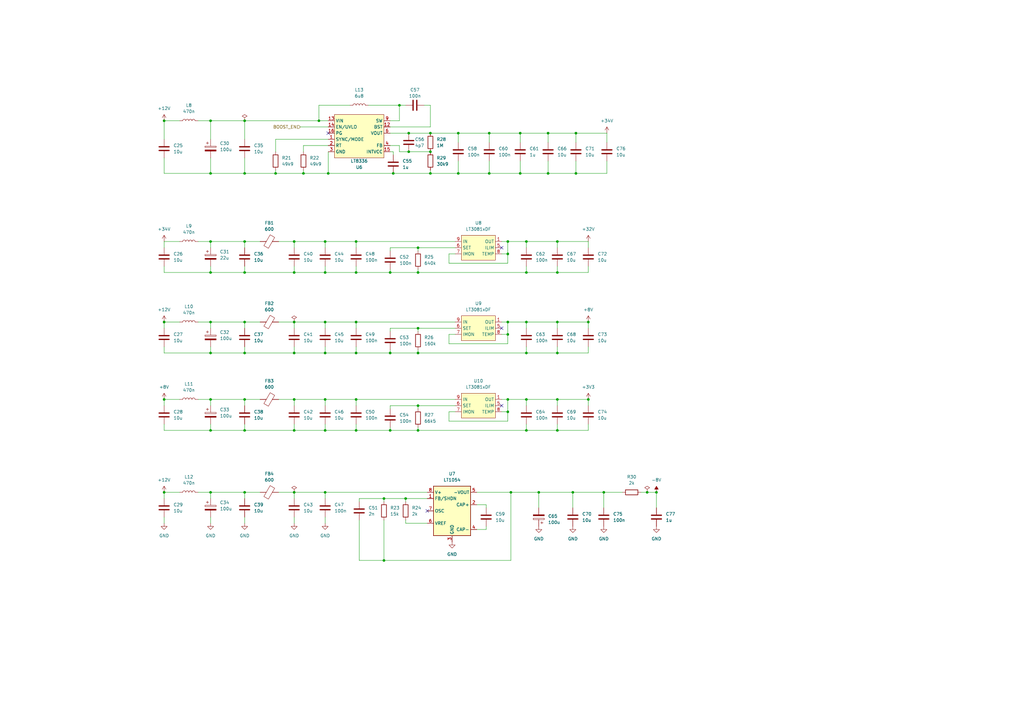
<source format=kicad_sch>
(kicad_sch (version 20211123) (generator eeschema)
  (paper "A3")
  (title_block (title "Usilitel") (date "2022-07-12") (rev "0.1") (company "M-Labs") (comment 1 "Wideband power amplifier") (comment 3 "a.k.a. topquark12") (comment 4 "Alex Wong Tat Hang"))
  (junction (at 200.66 54.61))
  (junction (at 220.98 201.93))
  (junction (at 120.65 111.76))
  (junction (at 228.6 111.76))
  (junction (at 265.43 201.93))
  (junction (at 100.33 71.12))
  (junction (at 200.66 71.12))
  (junction (at 209.55 201.93))
  (junction (at 160.02 144.78))
  (junction (at 133.35 144.78))
  (junction (at 161.29 71.12))
  (junction (at 67.31 132.08))
  (junction (at 269.24 201.93))
  (junction (at 166.37 204.47))
  (junction (at 241.3 163.83))
  (junction (at 241.3 132.08))
  (junction (at 86.36 201.93))
  (junction (at 208.28 168.91))
  (junction (at 120.65 176.53))
  (junction (at 146.05 144.78))
  (junction (at 215.9 144.78))
  (junction (at 236.22 71.12))
  (junction (at 208.28 99.06))
  (junction (at 163.83 43.18))
  (junction (at 86.36 144.78))
  (junction (at 228.6 132.08))
  (junction (at 100.33 99.06))
  (junction (at 171.45 176.53))
  (junction (at 234.95 201.93))
  (junction (at 100.33 201.93))
  (junction (at 86.36 111.76))
  (junction (at 171.45 111.76))
  (junction (at 67.31 201.93))
  (junction (at 171.45 144.78))
  (junction (at 100.33 132.08))
  (junction (at 171.45 101.6))
  (junction (at 146.05 99.06))
  (junction (at 167.64 62.23))
  (junction (at 133.35 99.06))
  (junction (at 113.03 71.12))
  (junction (at 213.36 54.61))
  (junction (at 133.35 111.76))
  (junction (at 100.33 111.76))
  (junction (at 160.02 176.53))
  (junction (at 215.9 176.53))
  (junction (at 160.02 111.76))
  (junction (at 86.36 176.53))
  (junction (at 67.31 163.83))
  (junction (at 120.65 163.83))
  (junction (at 236.22 54.61))
  (junction (at 215.9 132.08))
  (junction (at 247.65 201.93))
  (junction (at 86.36 49.53))
  (junction (at 171.45 134.62))
  (junction (at 133.35 176.53))
  (junction (at 146.05 176.53))
  (junction (at 208.28 137.16))
  (junction (at 215.9 111.76))
  (junction (at 228.6 176.53))
  (junction (at 176.53 71.12))
  (junction (at 208.28 104.14))
  (junction (at 146.05 163.83))
  (junction (at 120.65 144.78))
  (junction (at 100.33 176.53))
  (junction (at 86.36 99.06))
  (junction (at 134.62 71.12))
  (junction (at 215.9 163.83))
  (junction (at 157.48 229.87))
  (junction (at 120.65 201.93))
  (junction (at 86.36 163.83))
  (junction (at 224.79 71.12))
  (junction (at 100.33 163.83))
  (junction (at 187.96 71.12))
  (junction (at 100.33 144.78))
  (junction (at 120.65 132.08))
  (junction (at 213.36 71.12))
  (junction (at 215.9 99.06))
  (junction (at 86.36 71.12))
  (junction (at 100.33 49.53))
  (junction (at 176.53 54.61))
  (junction (at 86.36 132.08))
  (junction (at 228.6 99.06))
  (junction (at 167.64 54.61))
  (junction (at 208.28 163.83))
  (junction (at 208.28 132.08))
  (junction (at 157.48 204.47))
  (junction (at 67.31 49.53))
  (junction (at 133.35 163.83))
  (junction (at 228.6 163.83))
  (junction (at 224.79 54.61))
  (junction (at 133.35 201.93))
  (junction (at 171.45 166.37))
  (junction (at 187.96 54.61))
  (junction (at 133.35 132.08))
  (junction (at 228.6 144.78))
  (junction (at 146.05 111.76))
  (junction (at 124.46 71.12))
  (junction (at 176.53 62.23))
  (junction (at 120.65 99.06))
  (junction (at 130.81 49.53))
  (junction (at 146.05 132.08))
  (no_connect (at 205.74 134.62))
  (no_connect (at 134.62 54.61))
  (no_connect (at 175.26 209.55))
  (no_connect (at 205.74 101.6))
  (no_connect (at 205.74 166.37))
  (wire (pts (xy 114.3 201.93) (xy 120.65 201.93)))
  (wire (pts (xy 100.33 99.06) (xy 106.68 99.06)))
  (wire (pts (xy 100.33 144.78) (xy 120.65 144.78)))
  (wire (pts (xy 184.15 168.91) (xy 186.69 168.91)))
  (wire (pts (xy 146.05 111.76) (xy 160.02 111.76)))
  (wire (pts (xy 171.45 134.62) (xy 186.69 134.62)))
  (wire (pts (xy 113.03 57.15) (xy 134.62 57.15)))
  (wire (pts (xy 208.28 104.14) (xy 205.74 104.14)))
  (wire (pts (xy 160.02 135.89) (xy 160.02 134.62)))
  (wire (pts (xy 241.3 176.53) (xy 228.6 176.53)))
  (wire (pts (xy 146.05 163.83) (xy 186.69 163.83)))
  (wire (pts (xy 171.45 176.53) (xy 171.45 175.26)))
  (wire (pts (xy 81.28 49.53) (xy 86.36 49.53)))
  (wire (pts (xy 160.02 102.87) (xy 160.02 101.6)))
  (wire (pts (xy 215.9 101.6) (xy 215.9 99.06)))
  (wire (pts (xy 241.3 111.76) (xy 228.6 111.76)))
  (wire (pts (xy 236.22 54.61) (xy 224.79 54.61)))
  (wire (pts (xy 133.35 163.83) (xy 120.65 163.83)))
  (wire (pts (xy 124.46 71.12) (xy 113.03 71.12)))
  (wire (pts (xy 120.65 201.93) (xy 120.65 204.47)))
  (wire (pts (xy 215.9 163.83) (xy 208.28 163.83)))
  (wire (pts (xy 86.36 49.53) (xy 100.33 49.53)))
  (wire (pts (xy 215.9 173.99) (xy 215.9 176.53)))
  (wire (pts (xy 184.15 137.16) (xy 186.69 137.16)))
  (wire (pts (xy 86.36 176.53) (xy 100.33 176.53)))
  (wire (pts (xy 146.05 101.6) (xy 146.05 99.06)))
  (wire (pts (xy 241.3 142.24) (xy 241.3 144.78)))
  (wire (pts (xy 163.83 43.18) (xy 163.83 49.53)))
  (wire (pts (xy 100.33 163.83) (xy 106.68 163.83)))
  (wire (pts (xy 215.9 142.24) (xy 215.9 144.78)))
  (wire (pts (xy 236.22 54.61) (xy 236.22 58.42)))
  (wire (pts (xy 215.9 134.62) (xy 215.9 132.08)))
  (wire (pts (xy 157.48 204.47) (xy 166.37 204.47)))
  (wire (pts (xy 228.6 142.24) (xy 228.6 144.78)))
  (wire (pts (xy 146.05 176.53) (xy 160.02 176.53)))
  (wire (pts (xy 134.62 62.23) (xy 134.62 71.12)))
  (wire (pts (xy 215.9 132.08) (xy 208.28 132.08)))
  (wire (pts (xy 205.74 163.83) (xy 208.28 163.83)))
  (wire (pts (xy 248.92 58.42) (xy 248.92 54.61)))
  (wire (pts (xy 86.36 71.12) (xy 100.33 71.12)))
  (wire (pts (xy 160.02 54.61) (xy 167.64 54.61)))
  (wire (pts (xy 228.6 101.6) (xy 228.6 99.06)))
  (wire (pts (xy 167.64 54.61) (xy 176.53 54.61)))
  (wire (pts (xy 215.9 176.53) (xy 171.45 176.53)))
  (wire (pts (xy 176.53 69.85) (xy 176.53 71.12)))
  (wire (pts (xy 166.37 204.47) (xy 166.37 205.74)))
  (wire (pts (xy 163.83 59.69) (xy 160.02 59.69)))
  (wire (pts (xy 86.36 111.76) (xy 86.36 109.22)))
  (wire (pts (xy 208.28 172.72) (xy 208.28 168.91)))
  (wire (pts (xy 100.33 176.53) (xy 120.65 176.53)))
  (wire (pts (xy 171.45 101.6) (xy 186.69 101.6)))
  (wire (pts (xy 120.65 144.78) (xy 120.65 142.24)))
  (wire (pts (xy 213.36 54.61) (xy 200.66 54.61)))
  (wire (pts (xy 199.39 207.01) (xy 199.39 208.28)))
  (wire (pts (xy 86.36 214.63) (xy 86.36 212.09)))
  (wire (pts (xy 184.15 104.14) (xy 186.69 104.14)))
  (wire (pts (xy 146.05 163.83) (xy 133.35 163.83)))
  (wire (pts (xy 208.28 132.08) (xy 208.28 137.16)))
  (wire (pts (xy 166.37 204.47) (xy 175.26 204.47)))
  (wire (pts (xy 241.3 109.22) (xy 241.3 111.76)))
  (wire (pts (xy 184.15 140.97) (xy 208.28 140.97)))
  (wire (pts (xy 67.31 132.08) (xy 73.66 132.08)))
  (wire (pts (xy 133.35 144.78) (xy 133.35 142.24)))
  (wire (pts (xy 215.9 166.37) (xy 215.9 163.83)))
  (wire (pts (xy 120.65 176.53) (xy 133.35 176.53)))
  (wire (pts (xy 160.02 167.64) (xy 160.02 166.37)))
  (wire (pts (xy 134.62 71.12) (xy 161.29 71.12)))
  (wire (pts (xy 81.28 201.93) (xy 86.36 201.93)))
  (wire (pts (xy 86.36 134.62) (xy 86.36 132.08)))
  (wire (pts (xy 67.31 163.83) (xy 73.66 163.83)))
  (wire (pts (xy 205.74 99.06) (xy 208.28 99.06)))
  (wire (pts (xy 171.45 166.37) (xy 186.69 166.37)))
  (wire (pts (xy 228.6 176.53) (xy 215.9 176.53)))
  (wire (pts (xy 100.33 111.76) (xy 120.65 111.76)))
  (wire (pts (xy 228.6 111.76) (xy 215.9 111.76)))
  (wire (pts (xy 114.3 99.06) (xy 120.65 99.06)))
  (wire (pts (xy 100.33 201.93) (xy 106.68 201.93)))
  (wire (pts (xy 208.28 168.91) (xy 205.74 168.91)))
  (wire (pts (xy 123.19 52.07) (xy 134.62 52.07)))
  (wire (pts (xy 130.81 49.53) (xy 130.81 43.18)))
  (wire (pts (xy 205.74 132.08) (xy 208.28 132.08)))
  (wire (pts (xy 146.05 111.76) (xy 146.05 109.22)))
  (wire (pts (xy 130.81 49.53) (xy 134.62 49.53)))
  (wire (pts (xy 224.79 54.61) (xy 224.79 58.42)))
  (wire (pts (xy 120.65 176.53) (xy 120.65 173.99)))
  (wire (pts (xy 228.6 99.06) (xy 215.9 99.06)))
  (wire (pts (xy 248.92 66.04) (xy 248.92 71.12)))
  (wire (pts (xy 171.45 102.87) (xy 171.45 101.6)))
  (wire (pts (xy 120.65 134.62) (xy 120.65 132.08)))
  (wire (pts (xy 187.96 54.61) (xy 187.96 58.42)))
  (wire (pts (xy 67.31 49.53) (xy 73.66 49.53)))
  (wire (pts (xy 220.98 201.93) (xy 220.98 208.28)))
  (wire (pts (xy 134.62 71.12) (xy 124.46 71.12)))
  (wire (pts (xy 200.66 66.04) (xy 200.66 71.12)))
  (wire (pts (xy 100.33 144.78) (xy 100.33 142.24)))
  (wire (pts (xy 100.33 111.76) (xy 100.33 109.22)))
  (wire (pts (xy 113.03 62.23) (xy 113.03 57.15)))
  (wire (pts (xy 241.3 144.78) (xy 228.6 144.78)))
  (wire (pts (xy 100.33 101.6) (xy 100.33 99.06)))
  (wire (pts (xy 146.05 134.62) (xy 146.05 132.08)))
  (wire (pts (xy 157.48 205.74) (xy 157.48 204.47)))
  (wire (pts (xy 157.48 229.87) (xy 209.55 229.87)))
  (wire (pts (xy 130.81 43.18) (xy 143.51 43.18)))
  (wire (pts (xy 215.9 144.78) (xy 171.45 144.78)))
  (wire (pts (xy 209.55 229.87) (xy 209.55 201.93)))
  (wire (pts (xy 171.45 111.76) (xy 171.45 110.49)))
  (wire (pts (xy 234.95 201.93) (xy 234.95 208.28)))
  (wire (pts (xy 161.29 71.12) (xy 176.53 71.12)))
  (wire (pts (xy 161.29 62.23) (xy 161.29 63.5)))
  (wire (pts (xy 81.28 163.83) (xy 86.36 163.83)))
  (wire (pts (xy 176.53 62.23) (xy 167.64 62.23)))
  (wire (pts (xy 146.05 144.78) (xy 146.05 142.24)))
  (wire (pts (xy 133.35 166.37) (xy 133.35 163.83)))
  (wire (pts (xy 248.92 71.12) (xy 236.22 71.12)))
  (wire (pts (xy 199.39 215.9) (xy 199.39 217.17)))
  (wire (pts (xy 124.46 59.69) (xy 134.62 59.69)))
  (wire (pts (xy 163.83 43.18) (xy 166.37 43.18)))
  (wire (pts (xy 248.92 54.61) (xy 236.22 54.61)))
  (wire (pts (xy 120.65 214.63) (xy 120.65 212.09)))
  (wire (pts (xy 160.02 111.76) (xy 171.45 111.76)))
  (wire (pts (xy 146.05 144.78) (xy 160.02 144.78)))
  (wire (pts (xy 213.36 66.04) (xy 213.36 71.12)))
  (wire (pts (xy 120.65 111.76) (xy 120.65 109.22)))
  (wire (pts (xy 100.33 132.08) (xy 106.68 132.08)))
  (wire (pts (xy 86.36 132.08) (xy 100.33 132.08)))
  (wire (pts (xy 160.02 176.53) (xy 171.45 176.53)))
  (wire (pts (xy 187.96 71.12) (xy 176.53 71.12)))
  (wire (pts (xy 120.65 201.93) (xy 133.35 201.93)))
  (wire (pts (xy 86.36 204.47) (xy 86.36 201.93)))
  (wire (pts (xy 195.58 207.01) (xy 199.39 207.01)))
  (wire (pts (xy 213.36 71.12) (xy 200.66 71.12)))
  (wire (pts (xy 86.36 163.83) (xy 100.33 163.83)))
  (wire (pts (xy 262.89 201.93) (xy 265.43 201.93)))
  (wire (pts (xy 163.83 62.23) (xy 163.83 59.69)))
  (wire (pts (xy 86.36 201.93) (xy 100.33 201.93)))
  (wire (pts (xy 147.32 204.47) (xy 157.48 204.47)))
  (wire (pts (xy 133.35 201.93) (xy 175.26 201.93)))
  (wire (pts (xy 224.79 54.61) (xy 213.36 54.61)))
  (wire (pts (xy 228.6 144.78) (xy 215.9 144.78)))
  (wire (pts (xy 208.28 163.83) (xy 208.28 168.91)))
  (wire (pts (xy 213.36 54.61) (xy 213.36 58.42)))
  (wire (pts (xy 81.28 99.06) (xy 86.36 99.06)))
  (wire (pts (xy 187.96 54.61) (xy 176.53 54.61)))
  (wire (pts (xy 67.31 176.53) (xy 86.36 176.53)))
  (wire (pts (xy 133.35 204.47) (xy 133.35 201.93)))
  (wire (pts (xy 176.53 52.07) (xy 176.53 43.18)))
  (wire (pts (xy 67.31 64.77) (xy 67.31 71.12)))
  (wire (pts (xy 224.79 71.12) (xy 213.36 71.12)))
  (wire (pts (xy 86.36 176.53) (xy 86.36 173.99)))
  (wire (pts (xy 208.28 99.06) (xy 208.28 104.14)))
  (wire (pts (xy 163.83 49.53) (xy 160.02 49.53)))
  (wire (pts (xy 171.45 144.78) (xy 171.45 143.51)))
  (wire (pts (xy 247.65 201.93) (xy 255.27 201.93)))
  (wire (pts (xy 200.66 71.12) (xy 187.96 71.12)))
  (wire (pts (xy 157.48 213.36) (xy 157.48 229.87)))
  (wire (pts (xy 133.35 101.6) (xy 133.35 99.06)))
  (wire (pts (xy 67.31 166.37) (xy 67.31 163.83)))
  (wire (pts (xy 236.22 66.04) (xy 236.22 71.12)))
  (wire (pts (xy 166.37 213.36) (xy 166.37 214.63)))
  (wire (pts (xy 269.24 201.93) (xy 269.24 208.28)))
  (wire (pts (xy 67.31 204.47) (xy 67.31 201.93)))
  (wire (pts (xy 81.28 132.08) (xy 86.36 132.08)))
  (wire (pts (xy 234.95 201.93) (xy 247.65 201.93)))
  (wire (pts (xy 160.02 62.23) (xy 161.29 62.23)))
  (wire (pts (xy 113.03 71.12) (xy 113.03 69.85)))
  (wire (pts (xy 184.15 172.72) (xy 208.28 172.72)))
  (wire (pts (xy 160.02 166.37) (xy 171.45 166.37)))
  (wire (pts (xy 133.35 111.76) (xy 146.05 111.76)))
  (wire (pts (xy 208.28 107.95) (xy 208.28 104.14)))
  (wire (pts (xy 166.37 214.63) (xy 175.26 214.63)))
  (wire (pts (xy 228.6 163.83) (xy 215.9 163.83)))
  (wire (pts (xy 86.36 166.37) (xy 86.36 163.83)))
  (wire (pts (xy 86.36 144.78) (xy 100.33 144.78)))
  (wire (pts (xy 86.36 111.76) (xy 100.33 111.76)))
  (wire (pts (xy 209.55 201.93) (xy 195.58 201.93)))
  (wire (pts (xy 200.66 54.61) (xy 187.96 54.61)))
  (wire (pts (xy 228.6 166.37) (xy 228.6 163.83)))
  (wire (pts (xy 184.15 104.14) (xy 184.15 107.95)))
  (wire (pts (xy 241.3 134.62) (xy 241.3 132.08)))
  (wire (pts (xy 247.65 201.93) (xy 247.65 208.28)))
  (wire (pts (xy 133.35 176.53) (xy 133.35 173.99)))
  (wire (pts (xy 100.33 166.37) (xy 100.33 163.83)))
  (wire (pts (xy 67.31 176.53) (xy 67.31 173.99)))
  (wire (pts (xy 184.15 168.91) (xy 184.15 172.72)))
  (wire (pts (xy 133.35 144.78) (xy 146.05 144.78)))
  (wire (pts (xy 133.35 111.76) (xy 133.35 109.22)))
  (wire (pts (xy 86.36 144.78) (xy 86.36 142.24)))
  (wire (pts (xy 67.31 111.76) (xy 86.36 111.76)))
  (wire (pts (xy 160.02 52.07) (xy 176.53 52.07)))
  (wire (pts (xy 86.36 64.77) (xy 86.36 71.12)))
  (wire (pts (xy 133.35 214.63) (xy 133.35 212.09)))
  (wire (pts (xy 228.6 134.62) (xy 228.6 132.08)))
  (wire (pts (xy 215.9 109.22) (xy 215.9 111.76)))
  (wire (pts (xy 151.13 43.18) (xy 163.83 43.18)))
  (wire (pts (xy 146.05 176.53) (xy 146.05 173.99)))
  (wire (pts (xy 236.22 71.12) (xy 224.79 71.12)))
  (wire (pts (xy 120.65 101.6) (xy 120.65 99.06)))
  (wire (pts (xy 208.28 140.97) (xy 208.28 137.16)))
  (wire (pts (xy 147.32 213.36) (xy 147.32 229.87)))
  (wire (pts (xy 67.31 214.63) (xy 67.31 212.09)))
  (wire (pts (xy 120.65 166.37) (xy 120.65 163.83)))
  (wire (pts (xy 86.36 57.15) (xy 86.36 49.53)))
  (wire (pts (xy 133.35 99.06) (xy 120.65 99.06)))
  (wire (pts (xy 241.3 132.08) (xy 228.6 132.08)))
  (wire (pts (xy 124.46 62.23) (xy 124.46 59.69)))
  (wire (pts (xy 100.33 71.12) (xy 113.03 71.12)))
  (wire (pts (xy 100.33 176.53) (xy 100.33 173.99)))
  (wire (pts (xy 176.53 43.18) (xy 173.99 43.18)))
  (wire (pts (xy 67.31 111.76) (xy 67.31 109.22)))
  (wire (pts (xy 100.33 204.47) (xy 100.33 201.93)))
  (wire (pts (xy 67.31 201.93) (xy 73.66 201.93)))
  (wire (pts (xy 228.6 109.22) (xy 228.6 111.76)))
  (wire (pts (xy 241.3 166.37) (xy 241.3 163.83)))
  (wire (pts (xy 86.36 101.6) (xy 86.36 99.06)))
  (wire (pts (xy 215.9 99.06) (xy 208.28 99.06)))
  (wire (pts (xy 146.05 132.08) (xy 133.35 132.08)))
  (wire (pts (xy 147.32 205.74) (xy 147.32 204.47)))
  (wire (pts (xy 167.64 62.23) (xy 163.83 62.23)))
  (wire (pts (xy 160.02 176.53) (xy 160.02 175.26)))
  (wire (pts (xy 124.46 71.12) (xy 124.46 69.85)))
  (wire (pts (xy 171.45 167.64) (xy 171.45 166.37)))
  (wire (pts (xy 146.05 99.06) (xy 186.69 99.06)))
  (wire (pts (xy 241.3 99.06) (xy 228.6 99.06)))
  (wire (pts (xy 184.15 137.16) (xy 184.15 140.97)))
  (wire (pts (xy 187.96 66.04) (xy 187.96 71.12)))
  (wire (pts (xy 241.3 163.83) (xy 228.6 163.83)))
  (wire (pts (xy 120.65 144.78) (xy 133.35 144.78)))
  (wire (pts (xy 146.05 166.37) (xy 146.05 163.83)))
  (wire (pts (xy 228.6 132.08) (xy 215.9 132.08)))
  (wire (pts (xy 160.02 144.78) (xy 160.02 143.51)))
  (wire (pts (xy 67.31 57.15) (xy 67.31 49.53)))
  (wire (pts (xy 209.55 201.93) (xy 220.98 201.93)))
  (wire (pts (xy 146.05 99.06) (xy 133.35 99.06)))
  (wire (pts (xy 215.9 111.76) (xy 171.45 111.76)))
  (wire (pts (xy 171.45 135.89) (xy 171.45 134.62)))
  (wire (pts (xy 114.3 163.83) (xy 120.65 163.83)))
  (wire (pts (xy 147.32 229.87) (xy 157.48 229.87)))
  (wire (pts (xy 100.33 57.15) (xy 100.33 49.53)))
  (wire (pts (xy 67.31 134.62) (xy 67.31 132.08)))
  (wire (pts (xy 67.31 71.12) (xy 86.36 71.12)))
  (wire (pts (xy 100.33 49.53) (xy 130.81 49.53)))
  (wire (pts (xy 114.3 132.08) (xy 120.65 132.08)))
  (wire (pts (xy 200.66 54.61) (xy 200.66 58.42)))
  (wire (pts (xy 67.31 144.78) (xy 67.31 142.24)))
  (wire (pts (xy 133.35 176.53) (xy 146.05 176.53)))
  (wire (pts (xy 133.35 134.62) (xy 133.35 132.08)))
  (wire (pts (xy 199.39 217.17) (xy 195.58 217.17)))
  (wire (pts (xy 265.43 201.93) (xy 269.24 201.93)))
  (wire (pts (xy 160.02 101.6) (xy 171.45 101.6)))
  (wire (pts (xy 86.36 99.06) (xy 100.33 99.06)))
  (wire (pts (xy 100.33 134.62) (xy 100.33 132.08)))
  (wire (pts (xy 67.31 99.06) (xy 73.66 99.06)))
  (wire (pts (xy 241.3 173.99) (xy 241.3 176.53)))
  (wire (pts (xy 220.98 201.93) (xy 234.95 201.93)))
  (wire (pts (xy 100.33 64.77) (xy 100.33 71.12)))
  (wire (pts (xy 100.33 214.63) (xy 100.33 212.09)))
  (wire (pts (xy 146.05 132.08) (xy 186.69 132.08)))
  (wire (pts (xy 208.28 137.16) (xy 205.74 137.16)))
  (wire (pts (xy 67.31 101.6) (xy 67.31 99.06)))
  (wire (pts (xy 67.31 144.78) (xy 86.36 144.78)))
  (wire (pts (xy 120.65 111.76) (xy 133.35 111.76)))
  (wire (pts (xy 184.15 107.95) (xy 208.28 107.95)))
  (wire (pts (xy 133.35 132.08) (xy 120.65 132.08)))
  (wire (pts (xy 224.79 66.04) (xy 224.79 71.12)))
  (wire (pts (xy 241.3 101.6) (xy 241.3 99.06)))
  (wire (pts (xy 160.02 111.76) (xy 160.02 110.49)))
  (wire (pts (xy 160.02 134.62) (xy 171.45 134.62)))
  (wire (pts (xy 160.02 144.78) (xy 171.45 144.78)))
  (wire (pts (xy 228.6 173.99) (xy 228.6 176.53)))
  (hierarchical_label "BOOST_EN" (shape input) (at 123.19 52.07 180))
  (symbol (lib_id "Device:C") (at 120.65 170.18 0) (unit 1)
    (property "Reference" "C42" (at 124.46 168.9099 0) (effects (justify left)))
    (property "Value" "10u" (at 124.46 171.4499 0) (effects (justify left)))
    (property "Footprint" "Capacitor_SMD:C_1210_3225Metric" (effects hide))
    (property "MFR_PN" "CL32B106KBJNNNE" (effects hide))
    (property "MFR_PN_ALT" "CL32B106KBJNNWE" (effects hide))
  )
  (symbol (lib_id "Device:R") (at 124.46 66.04 0) (unit 1)
    (property "Reference" "R22" (at 127 64.7699 0) (effects (justify left)))
    (property "Value" "49k9" (at 127 67.3099 0) (effects (justify left)))
    (property "Footprint" "Resistor_SMD:R_0603_1608Metric" (effects hide))
    (property "MFR_PN" "RC0603FR-0749K9L" (effects hide))
    (property "MFR_PN_ALT" "RT0603DRE0749K9L" (effects hide))
  )
  (symbol (lib_id "power:+3V3") (at 241.3 163.83 0) (unit 1)
    (property "Reference" "#PWR059" (effects hide))
    (property "Value" "+3V3" (at 241.3 158.75 0))
  )
  (symbol (lib_id "Device:R") (at 171.45 106.68 0) (unit 1)
    (property "Reference" "R25" (at 173.99 105.4099 0) (effects (justify left)))
    (property "Value" "640k" (at 173.99 107.9499 0) (effects (justify left)))
    (property "Footprint" "Resistor_SMD:R_0603_1608Metric" (effects hide))
    (property "MFR_PN" "RC0603FR-07649KL" (effects hide))
    (property "MFR_PN_ALT" "ERJ-3EKF6493V" (effects hide))
  )
  (symbol (lib_id "Device:L") (at 77.47 99.06 90) (unit 1)
    (property "Reference" "L9" (at 77.47 92.71 90))
    (property "Value" "470n" (at 77.47 95.25 90))
    (property "Footprint" "Inductor_SMD:L_Coilcraft_XxL4030" (effects hide))
    (property "MFR_PN" "XEL4030-471MEC" (effects hide))
    (property "MFR_PN_ALT" "XEL4030V-471MEC" (effects hide))
  )
  (symbol (lib_id "Device:C") (at 248.92 62.23 0) (unit 1)
    (property "Reference" "C76" (at 252.73 60.9599 0) (effects (justify left)))
    (property "Value" "10u" (at 252.73 63.4999 0) (effects (justify left)))
    (property "Footprint" "Capacitor_SMD:C_1210_3225Metric" (effects hide))
    (property "MFR_PN" "CL32B106KBJNNNE" (effects hide))
    (property "MFR_PN_ALT" "CL32B106KBJNNWE" (effects hide))
  )
  (symbol (lib_id "Device:C") (at 67.31 60.96 0) (unit 1)
    (property "Reference" "C25" (at 71.12 59.6899 0) (effects (justify left)))
    (property "Value" "10u" (at 71.12 62.2299 0) (effects (justify left)))
    (property "Footprint" "Capacitor_SMD:C_1210_3225Metric" (effects hide))
    (property "MFR_PN" "CL32B106KBJNNNE" (effects hide))
    (property "MFR_PN_ALT" "CL32B106KBJNNWE" (effects hide))
  )
  (symbol (lib_id "Device:C") (at 228.6 170.18 0) (unit 1)
    (property "Reference" "C69" (at 232.41 168.9099 0) (effects (justify left)))
    (property "Value" "10u" (at 232.41 171.4499 0) (effects (justify left)))
    (property "Footprint" "Capacitor_SMD:C_1210_3225Metric" (effects hide))
    (property "MFR_PN" "CL32B106KBJNNNE" (effects hide))
    (property "MFR_PN_ALT" "CL32B106KBJNNWE" (effects hide))
  )
  (symbol (lib_id "Device:C_Polarized") (at 86.36 208.28 0) (unit 1)
    (property "Reference" "C34" (at 90.17 206.1209 0) (effects (justify left)))
    (property "Value" "100u" (at 90.17 208.6609 0) (effects (justify left)))
    (property "Footprint" "Capacitor_Tantalum_SMD:CP_EIA-7343-30_AVX-N" (effects hide))
    (property "MFR_PN" "TCJD107M025R0055" (effects hide))
    (property "MFR_PN_ALT" "TCJD107M025R0055E" (effects hide))
  )
  (symbol (lib_id "Device:C") (at 215.9 138.43 0) (unit 1)
    (property "Reference" "C63" (at 219.71 137.1599 0) (effects (justify left)))
    (property "Value" "100n" (at 219.71 139.6999 0) (effects (justify left)))
    (property "Footprint" "Capacitor_SMD:C_0603_1608Metric" (effects hide))
    (property "MFR_PN" "CL10B104KB8NNNL" (effects hide))
    (property "MFR_PN_ALT" "CL10B104KB8NNWC" (effects hide))
  )
  (symbol (lib_id "Device:C") (at 146.05 105.41 0) (unit 1)
    (property "Reference" "C48" (at 149.86 104.1399 0) (effects (justify left)))
    (property "Value" "100n" (at 149.86 106.6799 0) (effects (justify left)))
    (property "Footprint" "Capacitor_SMD:C_0603_1608Metric" (effects hide))
    (property "MFR_PN" "CL10B104KB8NNNL" (effects hide))
    (property "MFR_PN_ALT" "CL10B104KB8NNWC" (effects hide))
  )
  (symbol (lib_id "Device:C") (at 224.79 62.23 0) (unit 1)
    (property "Reference" "C66" (at 228.6 60.9599 0) (effects (justify left)))
    (property "Value" "10u" (at 228.6 63.4999 0) (effects (justify left)))
    (property "Footprint" "Capacitor_SMD:C_1210_3225Metric" (effects hide))
    (property "MFR_PN" "CL32B106KBJNNNE" (effects hide))
    (property "MFR_PN_ALT" "CL32B106KBJNNWE" (effects hide))
  )
  (symbol (lib_id "power:+12V") (at 67.31 201.93 0) (unit 1)
    (property "Reference" "#PWR048" (effects hide))
    (property "Value" "+12V" (at 67.31 196.85 0))
  )
  (symbol (lib_id "Device:C") (at 200.66 62.23 0) (unit 1)
    (property "Reference" "C60" (at 204.47 60.9599 0) (effects (justify left)))
    (property "Value" "100n" (at 204.47 63.4999 0) (effects (justify left)))
    (property "Footprint" "Capacitor_SMD:C_0603_1608Metric" (effects hide))
    (property "MFR_PN" "CL10B104KB8NNNL" (effects hide))
    (property "MFR_PN_ALT" "CL10B104KB8NNWC" (effects hide))
  )
  (symbol (lib_id "Device:FerriteBead") (at 110.49 201.93 90) (unit 1)
    (property "Reference" "FB4" (at 110.4392 194.31 90))
    (property "Value" "600" (at 110.4392 196.85 90))
    (property "Footprint" "Inductor_SMD:L_1206_3216Metric" (effects hide))
    (property "MFR_PN" "MI1206K601R-10" (effects hide))
    (property "MFR_PN_ALT" "ILHB1206ER601V" (effects hide))
  )
  (symbol (lib_id "Device:C_Polarized") (at 86.36 105.41 0) (unit 1)
    (property "Reference" "C31" (at 90.17 103.2509 0) (effects (justify left)))
    (property "Value" "22u" (at 90.17 105.7909 0) (effects (justify left)))
    (property "Footprint" "Capacitor_Tantalum_SMD:CP_EIA-7343-30_AVX-N" (effects hide))
    (property "MFR_PN" "TCJD226M050R0090E" (effects hide))
    (property "MFR_PN_ALT" "TCJE226M050R0075E" (effects hide))
  )
  (symbol (lib_id "Device:C") (at 100.33 170.18 0) (unit 1)
    (property "Reference" "C38" (at 104.14 168.9099 0) (effects (justify left)))
    (property "Value" "10u" (at 104.14 171.4499 0) (effects (justify left)))
    (property "Footprint" "Capacitor_SMD:C_1210_3225Metric" (effects hide))
    (property "MFR_PN" "CL32B106KBJNNNE" (effects hide))
    (property "MFR_PN_ALT" "CL32B106KBJNNWE" (effects hide))
  )
  (symbol (lib_id "Device:C") (at 247.65 212.09 0) (unit 1)
    (property "Reference" "C75" (at 251.46 210.8199 0) (effects (justify left)))
    (property "Value" "100n" (at 251.46 213.3599 0) (effects (justify left)))
    (property "Footprint" "Capacitor_SMD:C_0603_1608Metric" (effects hide))
    (property "MFR_PN" "CL10B104KB8NNNL" (effects hide))
    (property "MFR_PN_ALT" "CL10B104KB8NNWC" (effects hide))
  )
  (symbol (lib_id "Device:C") (at 67.31 170.18 0) (unit 1)
    (property "Reference" "C28" (at 71.12 168.9099 0) (effects (justify left)))
    (property "Value" "10u" (at 71.12 171.4499 0) (effects (justify left)))
    (property "Footprint" "Capacitor_SMD:C_1210_3225Metric" (effects hide))
    (property "MFR_PN" "CL32B106KBJNNNE" (effects hide))
    (property "MFR_PN_ALT" "CL32B106KBJNNWE" (effects hide))
  )
  (symbol (lib_id "Device:L") (at 77.47 163.83 90) (unit 1)
    (property "Reference" "L11" (at 77.47 157.48 90))
    (property "Value" "470n" (at 77.47 160.02 90))
    (property "Footprint" "Inductor_SMD:L_Coilcraft_XxL4030" (effects hide))
    (property "MFR_PN" "XEL4030-471MEC" (effects hide))
    (property "MFR_PN_ALT" "XEL4030V-471MEC" (effects hide))
  )
  (symbol (lib_id "Device:L") (at 77.47 132.08 90) (unit 1)
    (property "Reference" "L10" (at 77.47 125.73 90))
    (property "Value" "470n" (at 77.47 128.27 90))
    (property "Footprint" "Inductor_SMD:L_Coilcraft_XxL4030" (effects hide))
    (property "MFR_PN" "XEL4030-471MEC" (effects hide))
    (property "MFR_PN_ALT" "XEL4030V-471MEC" (effects hide))
  )
  (symbol (lib_id "power:PWR_FLAG") (at 265.43 201.93 0) (unit 1)
    (property "Reference" "#FLG0106" (effects hide))
    (property "Value" "PWR_FLAG" (effects hide))
  )
  (symbol (lib_id "Device:C") (at 228.6 105.41 0) (unit 1)
    (property "Reference" "C67" (at 232.41 104.1399 0) (effects (justify left)))
    (property "Value" "10u" (at 232.41 106.6799 0) (effects (justify left)))
    (property "Footprint" "Capacitor_SMD:C_1210_3225Metric" (effects hide))
    (property "MFR_PN" "CL32B106KBJNNNE" (effects hide))
    (property "MFR_PN_ALT" "CL32B106KBJNNWE" (effects hide))
  )
  (symbol (lib_id "Device:L") (at 147.32 43.18 90) (unit 1)
    (property "Reference" "L13" (at 147.32 36.83 90))
    (property "Value" "6u8" (at 147.32 39.37 90))
    (property "Footprint" "Inductor_SMD:L_Coilcraft_XxL4030" (effects hide))
    (property "MFR_PN" "XEL4030-682MEC" (effects hide))
    (property "MFR_PN_ALT" "XEL4030V-682MEC" (effects hide))
  )
  (symbol (lib_id "Device:C") (at 133.35 208.28 0) (unit 1)
    (property "Reference" "C47" (at 137.16 207.0099 0) (effects (justify left)))
    (property "Value" "100n" (at 137.16 209.5499 0) (effects (justify left)))
    (property "Footprint" "Capacitor_SMD:C_0603_1608Metric" (effects hide))
    (property "MFR_PN" "CL10B104KB8NNNL" (effects hide))
    (property "MFR_PN_ALT" "CL10B104KB8NNWC" (effects hide))
  )
  (symbol (lib_id "power:PWR_FLAG") (at 120.65 132.08 0) (unit 1)
    (property "Reference" "#FLG0107" (effects hide))
    (property "Value" "PWR_FLAG" (effects hide))
  )
  (symbol (lib_id "Device:R") (at 166.37 209.55 0) (unit 1)
    (property "Reference" "R24" (at 168.91 208.2799 0) (effects (justify left)))
    (property "Value" "2k" (at 168.91 210.8199 0) (effects (justify left)))
    (property "Footprint" "Resistor_SMD:R_0603_1608Metric" (effects hide))
    (property "MFR_PN" "RC0603FR-072KL" (effects hide))
    (property "MFR_PN_ALT" "ERJ-3EKF2001V" (effects hide))
  )
  (symbol (lib_id "Device:C") (at 167.64 58.42 0) (unit 1)
    (property "Reference" "C56" (at 170.18 57.15 0) (effects (justify left)))
    (property "Value" "4p7" (at 170.18 59.69 0) (effects (justify left)))
    (property "Footprint" "Capacitor_SMD:C_0603_1608Metric" (effects hide))
    (property "MFR_PN" "251R14S4R7BV4T" (effects hide))
    (property "MFR_PN_ALT" "CL10C4R7BB8NNNC" (effects hide))
  )
  (symbol (lib_id "power:+12V") (at 67.31 49.53 0) (unit 1)
    (property "Reference" "#PWR044" (effects hide))
    (property "Value" "+12V" (at 67.31 44.45 0))
  )
  (symbol (lib_id "Device:C") (at 160.02 171.45 0) (unit 1)
    (property "Reference" "C54" (at 163.83 170.1799 0) (effects (justify left)))
    (property "Value" "100n" (at 163.83 172.7199 0) (effects (justify left)))
    (property "Footprint" "Capacitor_SMD:C_0603_1608Metric" (effects hide))
    (property "MFR_PN" "CL10B104KB8NNNL" (effects hide))
    (property "MFR_PN_ALT" "CL10B104KB8NNWC" (effects hide))
  )
  (symbol (lib_id "Device:C") (at 67.31 208.28 0) (unit 1)
    (property "Reference" "C29" (at 71.12 207.0099 0) (effects (justify left)))
    (property "Value" "10u" (at 71.12 209.5499 0) (effects (justify left)))
    (property "Footprint" "Capacitor_SMD:C_1210_3225Metric" (effects hide))
    (property "MFR_PN" "CL32B106KBJNNNE" (effects hide))
    (property "MFR_PN_ALT" "CL32B106KBJNNWE" (effects hide))
  )
  (symbol (lib_id "Device:C") (at 170.18 43.18 90) (unit 1)
    (property "Reference" "C57" (at 170.18 36.83 90))
    (property "Value" "100n" (at 170.18 39.37 90))
    (property "Footprint" "Capacitor_SMD:C_0603_1608Metric" (effects hide))
    (property "MFR_PN" "CL10B104KB8NNNL" (effects hide))
    (property "MFR_PN_ALT" "CL10B104KB8NNWC" (effects hide))
  )
  (symbol (lib_id "Device:C") (at 234.95 212.09 0) (unit 1)
    (property "Reference" "C70" (at 238.76 210.8199 0) (effects (justify left)))
    (property "Value" "10u" (at 238.76 213.3599 0) (effects (justify left)))
    (property "Footprint" "Capacitor_SMD:C_1210_3225Metric" (effects hide))
    (property "MFR_PN" "CL32B106KBJNNNE" (effects hide))
    (property "MFR_PN_ALT" "CL32B106KBJNNWE" (effects hide))
  )
  (symbol (lib_id "Device:C_Polarized") (at 86.36 60.96 0) (unit 1)
    (property "Reference" "C30" (at 90.17 58.8009 0) (effects (justify left)))
    (property "Value" "100u" (at 90.17 61.3409 0) (effects (justify left)))
    (property "Footprint" "Capacitor_Tantalum_SMD:CP_EIA-7343-30_AVX-N" (effects hide))
    (property "MFR_PN" "TCJD107M025R0055" (effects hide))
    (property "MFR_PN_ALT" "TCJD107M025R0055E" (effects hide))
  )
  (symbol (lib_id "power:GND") (at 100.33 214.63 0) (unit 1)
    (property "Reference" "#PWR051" (effects hide))
    (property "Value" "GND" (at 100.33 219.71 0))
  )
  (symbol (lib_id "Device:R") (at 113.03 66.04 0) (unit 1)
    (property "Reference" "R21" (at 115.57 64.7699 0) (effects (justify left)))
    (property "Value" "49k9" (at 115.57 67.3099 0) (effects (justify left)))
    (property "Footprint" "Resistor_SMD:R_0603_1608Metric" (effects hide))
    (property "MFR_PN" "RC0603FR-0749K9L" (effects hide))
    (property "MFR_PN_ALT" "RT0603DRE0749K9L" (effects hide))
  )
  (symbol (lib_id "Device:C") (at 100.33 208.28 0) (unit 1)
    (property "Reference" "C39" (at 104.14 207.0099 0) (effects (justify left)))
    (property "Value" "10u" (at 104.14 209.5499 0) (effects (justify left)))
    (property "Footprint" "Capacitor_SMD:C_1210_3225Metric" (effects hide))
    (property "MFR_PN" "CL32B106KBJNNNE" (effects hide))
    (property "MFR_PN_ALT" "CL32B106KBJNNWE" (effects hide))
  )
  (symbol (lib_id "Device:C") (at 215.9 170.18 0) (unit 1)
    (property "Reference" "C64" (at 219.71 168.9099 0) (effects (justify left)))
    (property "Value" "100n" (at 219.71 171.4499 0) (effects (justify left)))
    (property "Footprint" "Capacitor_SMD:C_0603_1608Metric" (effects hide))
    (property "MFR_PN" "CL10B104KB8NNNL" (effects hide))
    (property "MFR_PN_ALT" "CL10B104KB8NNWC" (effects hide))
  )
  (symbol (lib_id "Device:C") (at 160.02 106.68 0) (unit 1)
    (property "Reference" "C52" (at 163.83 105.4099 0) (effects (justify left)))
    (property "Value" "100n" (at 163.83 107.9499 0) (effects (justify left)))
    (property "Footprint" "Capacitor_SMD:C_0603_1608Metric" (effects hide))
    (property "MFR_PN" "CL10B104KB8NNNL" (effects hide))
    (property "MFR_PN_ALT" "CL10B104KB8NNWC" (effects hide))
  )
  (symbol (lib_id "Device:R") (at 171.45 139.7 0) (unit 1)
    (property "Reference" "R26" (at 173.99 138.4299 0) (effects (justify left)))
    (property "Value" "160k" (at 173.99 140.9699 0) (effects (justify left)))
    (property "Footprint" "Resistor_SMD:R_0603_1608Metric" (effects hide))
    (property "MFR_PN" "WR06X1503FTL" (effects hide))
    (property "MFR_PN_ALT" "CRGCQ0603F150K" (effects hide))
  )
  (symbol (lib_id "Device:FerriteBead") (at 110.49 163.83 90) (unit 1)
    (property "Reference" "FB3" (at 110.4392 156.21 90))
    (property "Value" "600" (at 110.4392 158.75 90))
    (property "Footprint" "Inductor_SMD:L_1206_3216Metric" (effects hide))
    (property "MFR_PN" "MI1206K601R-10" (effects hide))
    (property "MFR_PN_ALT" "ILHB1206ER601V" (effects hide))
  )
  (symbol (lib_id "Device:C_Polarized") (at 86.36 138.43 0) (unit 1)
    (property "Reference" "C32" (at 90.17 136.2709 0) (effects (justify left)))
    (property "Value" "100u" (at 90.17 138.8109 0) (effects (justify left)))
    (property "Footprint" "Capacitor_Tantalum_SMD:CP_EIA-7343-30_AVX-N" (effects hide))
    (property "MFR_PN" "TCJD107M025R0055" (effects hide))
    (property "MFR_PN_ALT" "TCJD107M025R0055E" (effects hide))
  )
  (symbol (lib_id "power:GND") (at 247.65 215.9 0) (unit 1)
    (property "Reference" "#PWR060" (effects hide))
    (property "Value" "GND" (at 247.65 220.98 0))
  )
  (symbol (lib_id "power:GND") (at 185.42 222.25 0) (unit 1)
    (property "Reference" "#PWR054" (effects hide))
    (property "Value" "GND" (at 185.42 227.33 0))
  )
  (symbol (lib_id "usilitel:+34V") (at 67.31 99.06 0) (unit 1)
    (property "Reference" "#PWR045" (effects hide))
    (property "Value" "+34V" (at 67.31 93.98 0))
  )
  (symbol (lib_id "Device:C") (at 120.65 208.28 0) (unit 1)
    (property "Reference" "C43" (at 124.46 207.0099 0) (effects (justify left)))
    (property "Value" "10u" (at 124.46 209.5499 0) (effects (justify left)))
    (property "Footprint" "Capacitor_SMD:C_1210_3225Metric" (effects hide))
    (property "MFR_PN" "CL32B106KBJNNNE" (effects hide))
    (property "MFR_PN_ALT" "CL32B106KBJNNWE" (effects hide))
  )
  (symbol (lib_id "Device:C") (at 67.31 138.43 0) (unit 1)
    (property "Reference" "C27" (at 71.12 137.1599 0) (effects (justify left)))
    (property "Value" "10u" (at 71.12 139.6999 0) (effects (justify left)))
    (property "Footprint" "Capacitor_SMD:C_1210_3225Metric" (effects hide))
    (property "MFR_PN" "CL32B106KBJNNNE" (effects hide))
    (property "MFR_PN_ALT" "CL32B106KBJNNWE" (effects hide))
  )
  (symbol (lib_id "power:-8V") (at 269.24 201.93 0) (unit 1)
    (property "Reference" "#PWR062" (effects hide))
    (property "Value" "-8V" (at 269.24 196.85 0))
  )
  (symbol (lib_id "power:GND") (at 67.31 214.63 0) (unit 1)
    (property "Reference" "#PWR049" (effects hide))
    (property "Value" "GND" (at 67.31 219.71 0))
  )
  (symbol (lib_id "Device:C") (at 100.33 105.41 0) (unit 1)
    (property "Reference" "C36" (at 104.14 104.1399 0) (effects (justify left)))
    (property "Value" "10u" (at 104.14 106.6799 0) (effects (justify left)))
    (property "Footprint" "Capacitor_SMD:C_1210_3225Metric" (effects hide))
    (property "MFR_PN" "CL32B106KBJNNNE" (effects hide))
    (property "MFR_PN_ALT" "CL32B106KBJNNWE" (effects hide))
  )
  (symbol (lib_id "usilitel:LT8336") (at 147.32 54.61 0) (unit 1)
    (property "Reference" "U6" (at 147.32 68.58 0))
    (property "Value" "LT8336" (at 147.32 66.04 0))
    (property "Footprint" "Package_DFN_QFN:QFN-16-1EP_3x3mm_P0.5mm_EP1.45x1.45mm" (effects hide))
    (property "MFR_PN" "LT8336HV#PBF" (effects hide))
    (property "MFR_PN_ALT" "LT8336EV#PBF" (effects hide))
  )
  (symbol (lib_id "Device:C") (at 241.3 105.41 0) (unit 1)
    (property "Reference" "C72" (at 245.11 104.1399 0) (effects (justify left)))
    (property "Value" "10u" (at 245.11 106.6799 0) (effects (justify left)))
    (property "Footprint" "Capacitor_SMD:C_1210_3225Metric" (effects hide))
    (property "MFR_PN" "CL32B106KBJNNNE" (effects hide))
    (property "MFR_PN_ALT" "CL32B106KBJNNWE" (effects hide))
  )
  (symbol (lib_id "Device:C") (at 241.3 138.43 0) (unit 1)
    (property "Reference" "C73" (at 245.11 137.1599 0) (effects (justify left)))
    (property "Value" "10u" (at 245.11 139.6999 0) (effects (justify left)))
    (property "Footprint" "Capacitor_SMD:C_1210_3225Metric" (effects hide))
    (property "MFR_PN" "CL32B106KBJNNNE" (effects hide))
    (property "MFR_PN_ALT" "CL32B106KBJNNWE" (effects hide))
  )
  (symbol (lib_id "Device:C") (at 147.32 209.55 0) (unit 1)
    (property "Reference" "C51" (at 151.13 208.2799 0) (effects (justify left)))
    (property "Value" "2n" (at 151.13 210.8199 0) (effects (justify left)))
    (property "Footprint" "Capacitor_SMD:C_0603_1608Metric" (effects hide))
    (property "MFR_PN" "0603B202K500CT" (effects hide))
    (property "MFR_PN_ALT" "06031C202KAT2A" (effects hide))
  )
  (symbol (lib_id "Device:L") (at 77.47 49.53 90) (unit 1)
    (property "Reference" "L8" (at 77.47 43.18 90))
    (property "Value" "470n" (at 77.47 45.72 90))
    (property "Footprint" "Inductor_SMD:L_Coilcraft_XxL4030" (effects hide))
    (property "MFR_PN" "XEL4030-471MEC" (effects hide))
    (property "MFR_PN_ALT" "XEL4030V-471MEC" (effects hide))
  )
  (symbol (lib_id "Device:C") (at 228.6 138.43 0) (unit 1)
    (property "Reference" "C68" (at 232.41 137.1599 0) (effects (justify left)))
    (property "Value" "10u" (at 232.41 139.6999 0) (effects (justify left)))
    (property "Footprint" "Capacitor_SMD:C_1210_3225Metric" (effects hide))
    (property "MFR_PN" "CL32B106KBJNNNE" (effects hide))
    (property "MFR_PN_ALT" "CL32B106KBJNNWE" (effects hide))
  )
  (symbol (lib_id "usilitel:+32V") (at 241.3 99.06 0) (unit 1)
    (property "Reference" "#PWR057" (effects hide))
    (property "Value" "+32V" (at 241.3 93.98 0))
  )
  (symbol (lib_id "power:GND") (at 220.98 215.9 0) (unit 1)
    (property "Reference" "#PWR055" (effects hide))
    (property "Value" "GND" (at 220.98 220.98 0))
  )
  (symbol (lib_id "Device:C") (at 100.33 60.96 0) (unit 1)
    (property "Reference" "C35" (at 104.14 59.6899 0) (effects (justify left)))
    (property "Value" "10u" (at 104.14 62.2299 0) (effects (justify left)))
    (property "Footprint" "Capacitor_SMD:C_1210_3225Metric" (effects hide))
    (property "MFR_PN" "CL32B106KBJNNNE" (effects hide))
    (property "MFR_PN_ALT" "CL32B106KBJNNWE" (effects hide))
  )
  (symbol (lib_id "usilitel:LT3081xDF") (at 195.58 166.37 0) (unit 1)
    (property "Reference" "U10" (at 196.215 156.21 0))
    (property "Value" "LT3081xDF" (at 196.215 158.75 0))
    (property "Footprint" "Package_DFN_QFN:DFN-12-1EP_4x4mm_P0.5mm_EP2.66x3.38mm" (effects hide))
    (property "MFR_PN" "LT3081EDF#TRPBF" (effects hide))
    (property "MFR_PN_ALT" "LT3081EDF#PBF" (effects hide))
  )
  (symbol (lib_id "Device:C") (at 161.29 67.31 0) (unit 1)
    (property "Reference" "C55" (at 165.1 66.0399 0) (effects (justify left)))
    (property "Value" "1u" (at 165.1 68.5799 0) (effects (justify left)))
    (property "Footprint" "Capacitor_SMD:C_0805_2012Metric" (effects hide))
    (property "MFR_PN" "CL21B105KBFNNNG" (effects hide))
    (property "MFR_PN_ALT" "CL21B105KBFNNNE" (effects hide))
  )
  (symbol (lib_id "Device:C_Polarized") (at 220.98 212.09 180) (unit 1)
    (property "Reference" "C65" (at 224.79 211.7089 0) (effects (justify right)))
    (property "Value" "100u" (at 224.79 214.2489 0) (effects (justify right)))
    (property "Footprint" "Capacitor_Tantalum_SMD:CP_EIA-7343-30_AVX-N" (effects hide))
    (property "MFR_PN" "TCJD107M025R0055" (effects hide))
    (property "MFR_PN_ALT" "TCJD107M025R0055E" (effects hide))
  )
  (symbol (lib_id "Device:R") (at 157.48 209.55 0) (unit 1)
    (property "Reference" "R23" (at 160.02 208.2799 0) (effects (justify left)))
    (property "Value" "15k" (at 160.02 210.8199 0) (effects (justify left)))
    (property "Footprint" "Resistor_SMD:R_0603_1608Metric" (effects hide))
    (property "MFR_PN" "WR06X1502FTL" (effects hide))
    (property "MFR_PN_ALT" "RC0603FR-0715KL" (effects hide))
  )
  (symbol (lib_id "Device:C") (at 146.05 138.43 0) (unit 1)
    (property "Reference" "C49" (at 149.86 137.1599 0) (effects (justify left)))
    (property "Value" "100n" (at 149.86 139.6999 0) (effects (justify left)))
    (property "Footprint" "Capacitor_SMD:C_0603_1608Metric" (effects hide))
    (property "MFR_PN" "CL10B104KB8NNNL" (effects hide))
    (property "MFR_PN_ALT" "CL10B104KB8NNWC" (effects hide))
  )
  (symbol (lib_id "power:PWR_FLAG") (at 100.33 49.53 0) (unit 1)
    (property "Reference" "#FLG0104" (effects hide))
    (property "Value" "PWR_FLAG" (effects hide))
  )
  (symbol (lib_id "Device:C") (at 133.35 138.43 0) (unit 1)
    (property "Reference" "C45" (at 137.16 137.1599 0) (effects (justify left)))
    (property "Value" "10u" (at 137.16 139.6999 0) (effects (justify left)))
    (property "Footprint" "Capacitor_SMD:C_1210_3225Metric" (effects hide))
    (property "MFR_PN" "CL32B106KBJNNNE" (effects hide))
    (property "MFR_PN_ALT" "CL32B106KBJNNWE" (effects hide))
  )
  (symbol (lib_id "Device:FerriteBead") (at 110.49 99.06 90) (unit 1)
    (property "Reference" "FB1" (at 110.4392 91.44 90))
    (property "Value" "600" (at 110.4392 93.98 90))
    (property "Footprint" "Inductor_SMD:L_1206_3216Metric" (effects hide))
    (property "MFR_PN" "MI1206K601R-10" (effects hide))
    (property "MFR_PN_ALT" "ILHB1206ER601V" (effects hide))
  )
  (symbol (lib_id "power:+12V") (at 67.31 132.08 0) (unit 1)
    (property "Reference" "#PWR046" (effects hide))
    (property "Value" "+12V" (at 67.31 127 0))
  )
  (symbol (lib_id "Device:C") (at 215.9 105.41 0) (unit 1)
    (property "Reference" "C62" (at 219.71 104.1399 0) (effects (justify left)))
    (property "Value" "100n" (at 219.71 106.6799 0) (effects (justify left)))
    (property "Footprint" "Capacitor_SMD:C_0603_1608Metric" (effects hide))
    (property "MFR_PN" "CL10B104KB8NNNL" (effects hide))
    (property "MFR_PN_ALT" "CL10B104KB8NNWC" (effects hide))
  )
  (symbol (lib_id "Device:FerriteBead") (at 110.49 132.08 90) (unit 1)
    (property "Reference" "FB2" (at 110.4392 124.46 90))
    (property "Value" "600" (at 110.4392 127 90))
    (property "Footprint" "Inductor_SMD:L_1206_3216Metric" (effects hide))
    (property "MFR_PN" "MI1206K601R-10" (effects hide))
    (property "MFR_PN_ALT" "ILHB1206ER601V" (effects hide))
  )
  (symbol (lib_id "Device:R") (at 176.53 58.42 0) (unit 1)
    (property "Reference" "R28" (at 179.07 57.1499 0) (effects (justify left)))
    (property "Value" "1M" (at 179.07 59.6899 0) (effects (justify left)))
    (property "Footprint" "Resistor_SMD:R_0603_1608Metric" (effects hide))
    (property "MFR_PN" "CPF0603B1M0E" (effects hide))
    (property "MFR_PN_ALT" "CPF0603B1M0E1" (effects hide))
  )
  (symbol (lib_id "Device:C") (at 146.05 170.18 0) (unit 1)
    (property "Reference" "C50" (at 149.86 168.9099 0) (effects (justify left)))
    (property "Value" "100n" (at 149.86 171.4499 0) (effects (justify left)))
    (property "Footprint" "Capacitor_SMD:C_0603_1608Metric" (effects hide))
    (property "MFR_PN" "CL10B104KB8NNNL" (effects hide))
    (property "MFR_PN_ALT" "CL10B104KB8NNWC" (effects hide))
  )
  (symbol (lib_id "power:PWR_FLAG") (at 120.65 201.93 0) (unit 1)
    (property "Reference" "#FLG0105" (effects hide))
    (property "Value" "PWR_FLAG" (effects hide))
  )
  (symbol (lib_id "power:+8V") (at 241.3 132.08 0) (unit 1)
    (property "Reference" "#PWR058" (effects hide))
    (property "Value" "+8V" (at 241.3 127 0))
  )
  (symbol (lib_id "Device:C") (at 120.65 138.43 0) (unit 1)
    (property "Reference" "C41" (at 124.46 137.1599 0) (effects (justify left)))
    (property "Value" "10u" (at 124.46 139.6999 0) (effects (justify left)))
    (property "Footprint" "Capacitor_SMD:C_1210_3225Metric" (effects hide))
    (property "MFR_PN" "CL32B106KBJNNNE" (effects hide))
    (property "MFR_PN_ALT" "CL32B106KBJNNWE" (effects hide))
  )
  (symbol (lib_id "usilitel:LT3081xDF") (at 195.58 134.62 0) (unit 1)
    (property "Reference" "U9" (at 196.215 124.46 0))
    (property "Value" "LT3081xDF" (at 196.215 127 0))
    (property "Footprint" "Package_DFN_QFN:DFN-12-1EP_4x4mm_P0.5mm_EP2.66x3.38mm" (effects hide))
    (property "MFR_PN" "LT3081EDF#TRPBF" (effects hide))
    (property "MFR_PN_ALT" "LT3081EDF#PBF" (effects hide))
  )
  (symbol (lib_id "Device:R") (at 259.08 201.93 90) (unit 1)
    (property "Reference" "R30" (at 259.08 195.58 90))
    (property "Value" "2k" (at 259.08 198.12 90))
    (property "Footprint" "Resistor_SMD:R_0603_1608Metric" (effects hide))
    (property "MFR_PN" "RC0603FR-072KL" (effects hide))
    (property "MFR_PN_ALT" "ERJ-3EKF2001V" (effects hide))
  )
  (symbol (lib_id "Device:C_Polarized") (at 86.36 170.18 0) (unit 1)
    (property "Reference" "C33" (at 90.17 168.0209 0) (effects (justify left)))
    (property "Value" "100u" (at 90.17 170.5609 0) (effects (justify left)))
    (property "Footprint" "Capacitor_Tantalum_SMD:CP_EIA-7343-30_AVX-N" (effects hide))
    (property "MFR_PN" "TCJD107M025R0055" (effects hide))
    (property "MFR_PN_ALT" "TCJD107M025R0055E" (effects hide))
  )
  (symbol (lib_id "power:GND") (at 269.24 215.9 0) (unit 1)
    (property "Reference" "#PWR063" (effects hide))
    (property "Value" "GND" (at 269.24 220.98 0))
  )
  (symbol (lib_id "Device:C") (at 241.3 170.18 0) (unit 1)
    (property "Reference" "C74" (at 245.11 168.9099 0) (effects (justify left)))
    (property "Value" "10u" (at 245.11 171.4499 0) (effects (justify left)))
    (property "Footprint" "Capacitor_SMD:C_1210_3225Metric" (effects hide))
    (property "MFR_PN" "CL32B106KBJNNNE" (effects hide))
    (property "MFR_PN_ALT" "CL32B106KBJNNWE" (effects hide))
  )
  (symbol (lib_id "Device:C") (at 236.22 62.23 0) (unit 1)
    (property "Reference" "C71" (at 240.03 60.9599 0) (effects (justify left)))
    (property "Value" "10u" (at 240.03 63.4999 0) (effects (justify left)))
    (property "Footprint" "Capacitor_SMD:C_1210_3225Metric" (effects hide))
    (property "MFR_PN" "CL32B106KBJNNNE" (effects hide))
    (property "MFR_PN_ALT" "CL32B106KBJNNWE" (effects hide))
  )
  (symbol (lib_id "power:GND") (at 234.95 215.9 0) (unit 1)
    (property "Reference" "#PWR056" (effects hide))
    (property "Value" "GND" (at 234.95 220.98 0))
  )
  (symbol (lib_id "power:+8V") (at 67.31 163.83 0) (unit 1)
    (property "Reference" "#PWR047" (effects hide))
    (property "Value" "+8V" (at 67.31 158.75 0))
  )
  (symbol (lib_id "Device:L") (at 77.47 201.93 90) (unit 1)
    (property "Reference" "L12" (at 77.47 195.58 90))
    (property "Value" "470n" (at 77.47 198.12 90))
    (property "Footprint" "Inductor_SMD:L_Coilcraft_XxL4030" (effects hide))
    (property "MFR_PN" "XEL4030-471MEC" (effects hide))
    (property "MFR_PN_ALT" "XEL4030V-471MEC" (effects hide))
  )
  (symbol (lib_id "power:GND") (at 120.65 214.63 0) (unit 1)
    (property "Reference" "#PWR052" (effects hide))
    (property "Value" "GND" (at 120.65 219.71 0))
  )
  (symbol (lib_id "Device:C") (at 133.35 105.41 0) (unit 1)
    (property "Reference" "C44" (at 137.16 104.1399 0) (effects (justify left)))
    (property "Value" "10u" (at 137.16 106.6799 0) (effects (justify left)))
    (property "Footprint" "Capacitor_SMD:C_1210_3225Metric" (effects hide))
    (property "MFR_PN" "CL32B106KBJNNNE" (effects hide))
    (property "MFR_PN_ALT" "CL32B106KBJNNWE" (effects hide))
  )
  (symbol (lib_id "Device:C") (at 67.31 105.41 0) (unit 1)
    (property "Reference" "C26" (at 71.12 104.1399 0) (effects (justify left)))
    (property "Value" "10u" (at 71.12 106.6799 0) (effects (justify left)))
    (property "Footprint" "Capacitor_SMD:C_1210_3225Metric" (effects hide))
    (property "MFR_PN" "CL32B106KBJNNNE" (effects hide))
    (property "MFR_PN_ALT" "CL32B106KBJNNWE" (effects hide))
  )
  (symbol (lib_id "Device:C") (at 160.02 139.7 0) (unit 1)
    (property "Reference" "C53" (at 163.83 138.4299 0) (effects (justify left)))
    (property "Value" "100n" (at 163.83 140.9699 0) (effects (justify left)))
    (property "Footprint" "Capacitor_SMD:C_0603_1608Metric" (effects hide))
    (property "MFR_PN" "CL10B104KB8NNNL" (effects hide))
    (property "MFR_PN_ALT" "CL10B104KB8NNWC" (effects hide))
  )
  (symbol (lib_id "usilitel:+34V") (at 248.92 54.61 0) (unit 1)
    (property "Reference" "#PWR061" (effects hide))
    (property "Value" "+34V" (at 248.92 49.53 0))
  )
  (symbol (lib_id "Regulator_SwitchedCapacitor:LT1054") (at 185.42 209.55 0) (unit 1)
    (property "Reference" "U7" (at 185.42 194.31 0))
    (property "Value" "LT1054" (at 185.42 196.85 0))
    (property "Footprint" "Package_SO:SOIC-8_3.9x4.9mm_P1.27mm" (effects hide))
    (property "Datasheet" "https://www.analog.com/media/en/technical-documentation/data-sheets/1054lfh.pdf" (effects hide))
    (property "MFR_PN" "LT1054CS8#PBF" (effects hide))
  )
  (symbol (lib_id "Device:C") (at 269.24 212.09 0) (unit 1)
    (property "Reference" "C77" (at 273.05 210.8199 0) (effects (justify left)))
    (property "Value" "1u" (at 273.05 213.3599 0) (effects (justify left)))
    (property "Footprint" "Capacitor_SMD:C_0805_2012Metric" (effects hide))
    (property "MFR_PN" "CL21B105KBFNNNG" (effects hide))
    (property "MFR_PN_ALT" "CL21B105KBFNNNE" (effects hide))
  )
  (symbol (lib_id "Device:C") (at 120.65 105.41 0) (unit 1)
    (property "Reference" "C40" (at 124.46 104.1399 0) (effects (justify left)))
    (property "Value" "10u" (at 124.46 106.6799 0) (effects (justify left)))
    (property "Footprint" "Capacitor_SMD:C_1210_3225Metric" (effects hide))
    (property "MFR_PN" "CL32B106KBJNNNE" (effects hide))
    (property "MFR_PN_ALT" "CL32B106KBJNNWE" (effects hide))
  )
  (symbol (lib_id "Device:C") (at 100.33 138.43 0) (unit 1)
    (property "Reference" "C37" (at 104.14 137.1599 0) (effects (justify left)))
    (property "Value" "10u" (at 104.14 139.6999 0) (effects (justify left)))
    (property "Footprint" "Capacitor_SMD:C_1210_3225Metric" (effects hide))
    (property "MFR_PN" "CL32B106KBJNNNE" (effects hide))
    (property "MFR_PN_ALT" "CL32B106KBJNNWE" (effects hide))
  )
  (symbol (lib_id "Device:C") (at 213.36 62.23 0) (unit 1)
    (property "Reference" "C61" (at 217.17 60.9599 0) (effects (justify left)))
    (property "Value" "1u" (at 217.17 63.4999 0) (effects (justify left)))
    (property "Footprint" "Capacitor_SMD:C_0805_2012Metric" (effects hide))
    (property "MFR_PN" "CL21B105KBFNNNG" (effects hide))
    (property "MFR_PN_ALT" "CL21B105KBFNNNE" (effects hide))
  )
  (symbol (lib_id "Device:C") (at 133.35 170.18 0) (unit 1)
    (property "Reference" "C46" (at 137.16 168.9099 0) (effects (justify left)))
    (property "Value" "10u" (at 137.16 171.4499 0) (effects (justify left)))
    (property "Footprint" "Capacitor_SMD:C_1210_3225Metric" (effects hide))
    (property "MFR_PN" "CL32B106KBJNNNE" (effects hide))
    (property "MFR_PN_ALT" "CL32B106KBJNNWE" (effects hide))
  )
  (symbol (lib_id "Device:R") (at 171.45 171.45 0) (unit 1)
    (property "Reference" "R27" (at 173.99 170.1799 0) (effects (justify left)))
    (property "Value" "66k5" (at 173.99 172.7199 0) (effects (justify left)))
    (property "Footprint" "Resistor_SMD:R_0603_1608Metric" (effects hide))
    (property "MFR_PN" "RMCF0603FT66K5" (effects hide))
    (property "MFR_PN_ALT" "RC0603FR-0766K5L" (effects hide))
  )
  (symbol (lib_id "usilitel:LT3081xDF") (at 195.58 101.6 0) (unit 1)
    (property "Reference" "U8" (at 196.215 91.44 0))
    (property "Value" "LT3081xDF" (at 196.215 93.98 0))
    (property "Footprint" "Package_DFN_QFN:DFN-12-1EP_4x4mm_P0.5mm_EP2.66x3.38mm" (effects hide))
    (property "MFR_PN" "LT3081EDF#TRPBF" (effects hide))
    (property "MFR_PN_ALT" "LT3081EDF#PBF" (effects hide))
  )
  (symbol (lib_id "Device:C") (at 199.39 212.09 0) (unit 1)
    (property "Reference" "C59" (at 203.2 210.8199 0) (effects (justify left)))
    (property "Value" "10u" (at 203.2 213.3599 0) (effects (justify left)))
    (property "Footprint" "Capacitor_SMD:C_1210_3225Metric" (effects hide))
    (property "MFR_PN" "CL32B106KBJNNNE" (effects hide))
    (property "MFR_PN_ALT" "CL32B106KBJNNWE" (effects hide))
  )
  (symbol (lib_id "Device:C") (at 187.96 62.23 0) (unit 1)
    (property "Reference" "C58" (at 191.77 60.9599 0) (effects (justify left)))
    (property "Value" "100n" (at 191.77 63.4999 0) (effects (justify left)))
    (property "Footprint" "Capacitor_SMD:C_0603_1608Metric" (effects hide))
    (property "MFR_PN" "CL10B104KB8NNNL" (effects hide))
    (property "MFR_PN_ALT" "CL10B104KB8NNWC" (effects hide))
  )
  (symbol (lib_id "power:GND") (at 86.36 214.63 0) (unit 1)
    (property "Reference" "#PWR050" (effects hide))
    (property "Value" "GND" (at 86.36 219.71 0))
  )
  (symbol (lib_id "power:GND") (at 133.35 214.63 0) (unit 1)
    (property "Reference" "#PWR053" (effects hide))
    (property "Value" "GND" (at 133.35 219.71 0))
  )
  (symbol (lib_id "Device:R") (at 176.53 66.04 0) (unit 1)
    (property "Reference" "R29" (at 179.07 64.7699 0) (effects (justify left)))
    (property "Value" "30k9" (at 179.07 67.3099 0) (effects (justify left)))
    (property "Footprint" "Resistor_SMD:R_0603_1608Metric" (effects hide))
    (property "MFR_PN" "RMCF0603FT30K9" (effects hide))
    (property "MFR_PN_ALT" "RK73H1JTTD3092F" (effects hide))
  )
)
</source>
